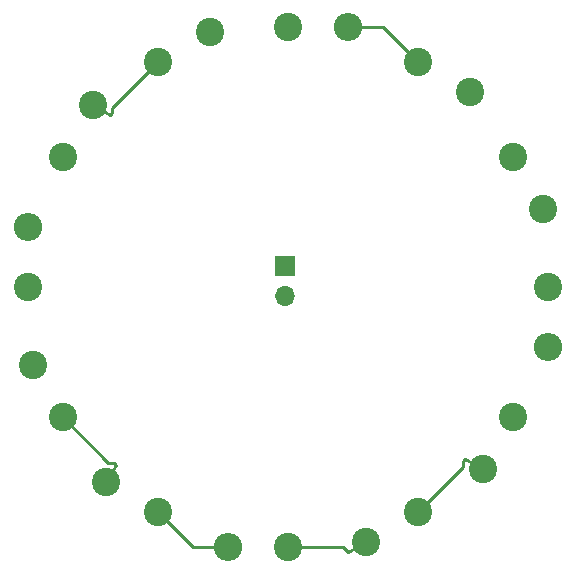
<source format=gbr>
%TF.GenerationSoftware,KiCad,Pcbnew,7.0.6*%
%TF.CreationDate,2023-07-29T18:39:12+05:30*%
%TF.ProjectId,circular_pcb_lastassignment,63697263-756c-4617-925f-7063625f6c61,rev?*%
%TF.SameCoordinates,Original*%
%TF.FileFunction,Copper,L1,Top*%
%TF.FilePolarity,Positive*%
%FSLAX46Y46*%
G04 Gerber Fmt 4.6, Leading zero omitted, Abs format (unit mm)*
G04 Created by KiCad (PCBNEW 7.0.6) date 2023-07-29 18:39:12*
%MOMM*%
%LPD*%
G01*
G04 APERTURE LIST*
G04 Aperture macros list*
%AMHorizOval*
0 Thick line with rounded ends*
0 $1 width*
0 $2 $3 position (X,Y) of the first rounded end (center of the circle)*
0 $4 $5 position (X,Y) of the second rounded end (center of the circle)*
0 Add line between two ends*
20,1,$1,$2,$3,$4,$5,0*
0 Add two circle primitives to create the rounded ends*
1,1,$1,$2,$3*
1,1,$1,$4,$5*%
G04 Aperture macros list end*
%TA.AperFunction,ComponentPad*%
%ADD10C,2.400000*%
%TD*%
%TA.AperFunction,ComponentPad*%
%ADD11HorizOval,2.400000X0.000000X0.000000X0.000000X0.000000X0*%
%TD*%
%TA.AperFunction,ComponentPad*%
%ADD12HorizOval,2.400000X0.000000X0.000000X0.000000X0.000000X0*%
%TD*%
%TA.AperFunction,ComponentPad*%
%ADD13O,2.400000X2.400000*%
%TD*%
%TA.AperFunction,ComponentPad*%
%ADD14HorizOval,2.400000X0.000000X0.000000X0.000000X0.000000X0*%
%TD*%
%TA.AperFunction,ComponentPad*%
%ADD15HorizOval,2.400000X0.000000X0.000000X0.000000X0.000000X0*%
%TD*%
%TA.AperFunction,ComponentPad*%
%ADD16HorizOval,2.400000X0.000000X0.000000X0.000000X0.000000X0*%
%TD*%
%TA.AperFunction,ComponentPad*%
%ADD17HorizOval,2.400000X0.000000X0.000000X0.000000X0.000000X0*%
%TD*%
%TA.AperFunction,ComponentPad*%
%ADD18HorizOval,2.400000X0.000000X0.000000X0.000000X0.000000X0*%
%TD*%
%TA.AperFunction,ComponentPad*%
%ADD19HorizOval,2.400000X0.000000X0.000000X0.000000X0.000000X0*%
%TD*%
%TA.AperFunction,ComponentPad*%
%ADD20R,1.700000X1.700000*%
%TD*%
%TA.AperFunction,ComponentPad*%
%ADD21O,1.700000X1.700000*%
%TD*%
%TA.AperFunction,Conductor*%
%ADD22C,0.250000*%
%TD*%
G04 APERTURE END LIST*
D10*
%TO.P,R12,1*%
%TO.N,Net-(R11-Pad2)*%
X169897000Y-103759000D03*
D11*
%TO.P,R12,2*%
%TO.N,Net-(BT1--)*%
X174296409Y-101219000D03*
%TD*%
D10*
%TO.P,R11,1*%
%TO.N,Net-(R10-Pad2)*%
X161844400Y-111811600D03*
D12*
%TO.P,R11,2*%
%TO.N,Net-(R11-Pad2)*%
X164384400Y-107412191D03*
%TD*%
D10*
%TO.P,R10,1*%
%TO.N,Net-(R10-Pad1)*%
X158897000Y-122811600D03*
D13*
%TO.P,R10,2*%
%TO.N,Net-(R10-Pad2)*%
X158897000Y-117731600D03*
%TD*%
D10*
%TO.P,R9,1*%
%TO.N,Net-(R8-Pad2)*%
X161844400Y-133811600D03*
D14*
%TO.P,R9,2*%
%TO.N,Net-(R10-Pad1)*%
X159304400Y-129412191D03*
%TD*%
D10*
%TO.P,R8,1*%
%TO.N,Net-(R7-Pad2)*%
X169897000Y-141864100D03*
D15*
%TO.P,R8,2*%
%TO.N,Net-(R8-Pad2)*%
X165497591Y-139324100D03*
%TD*%
D10*
%TO.P,R7,1*%
%TO.N,Net-(R6-Pad2)*%
X180897000Y-144811600D03*
D13*
%TO.P,R7,2*%
%TO.N,Net-(R7-Pad2)*%
X175817000Y-144811600D03*
%TD*%
D10*
%TO.P,R6,1*%
%TO.N,Net-(R5-Pad2)*%
X191897000Y-141864100D03*
D16*
%TO.P,R6,2*%
%TO.N,Net-(R6-Pad2)*%
X187497591Y-144404100D03*
%TD*%
D10*
%TO.P,R5,1*%
%TO.N,Net-(R4-Pad2)*%
X199949600Y-133811600D03*
D17*
%TO.P,R5,2*%
%TO.N,Net-(R5-Pad2)*%
X197409600Y-138211009D03*
%TD*%
D10*
%TO.P,R4,1*%
%TO.N,Net-(R3-Pad2)*%
X202897000Y-122811600D03*
D13*
%TO.P,R4,2*%
%TO.N,Net-(R4-Pad2)*%
X202897000Y-127891600D03*
%TD*%
D10*
%TO.P,R3,1*%
%TO.N,Net-(R2-Pad2)*%
X199949600Y-111811600D03*
D18*
%TO.P,R3,2*%
%TO.N,Net-(R3-Pad2)*%
X202489600Y-116211009D03*
%TD*%
D10*
%TO.P,R2,1*%
%TO.N,Net-(R1-Pad2)*%
X191897000Y-103759000D03*
D19*
%TO.P,R2,2*%
%TO.N,Net-(R2-Pad2)*%
X196296409Y-106299000D03*
%TD*%
D10*
%TO.P,R1,1*%
%TO.N,Net-(BT1-+)*%
X180897000Y-100811600D03*
D13*
%TO.P,R1,2*%
%TO.N,Net-(R1-Pad2)*%
X185977000Y-100811600D03*
%TD*%
D20*
%TO.P,BT1,1,+*%
%TO.N,Net-(BT1-+)*%
X180691500Y-121007400D03*
D21*
%TO.P,BT1,2,-*%
%TO.N,Net-(BT1--)*%
X180691500Y-123547400D03*
%TD*%
D22*
%TO.N,Net-(R11-Pad2)*%
X166023000Y-107633000D02*
X169897000Y-103759000D01*
X166023000Y-108091000D02*
X166023000Y-107633000D01*
X165853600Y-108260400D02*
X166023000Y-108091000D01*
X164384400Y-107412200D02*
X165853600Y-108260400D01*
%TO.N,Net-(R8-Pad2)*%
X165718300Y-137685500D02*
X161844400Y-133811600D01*
X166176400Y-137685500D02*
X165718300Y-137685500D01*
X166345800Y-137854900D02*
X166176400Y-137685500D01*
X165497600Y-139324100D02*
X166345800Y-137854900D01*
%TO.N,Net-(R7-Pad2)*%
X172844500Y-144811600D02*
X169897000Y-141864100D01*
X175817000Y-144811600D02*
X172844500Y-144811600D01*
%TO.N,Net-(R6-Pad2)*%
X185587700Y-144811600D02*
X180897000Y-144811600D01*
X186028400Y-145252300D02*
X185587700Y-144811600D01*
X187497600Y-144404100D02*
X186028400Y-145252300D01*
%TO.N,Net-(R5-Pad2)*%
X195771000Y-137990100D02*
X191897000Y-141864100D01*
X195771000Y-137532200D02*
X195771000Y-137990100D01*
X195940400Y-137362800D02*
X195771000Y-137532200D01*
X197409600Y-138211000D02*
X195940400Y-137362800D01*
%TO.N,Net-(R1-Pad2)*%
X188949600Y-100811600D02*
X191897000Y-103759000D01*
X185977000Y-100811600D02*
X188949600Y-100811600D01*
%TD*%
M02*

</source>
